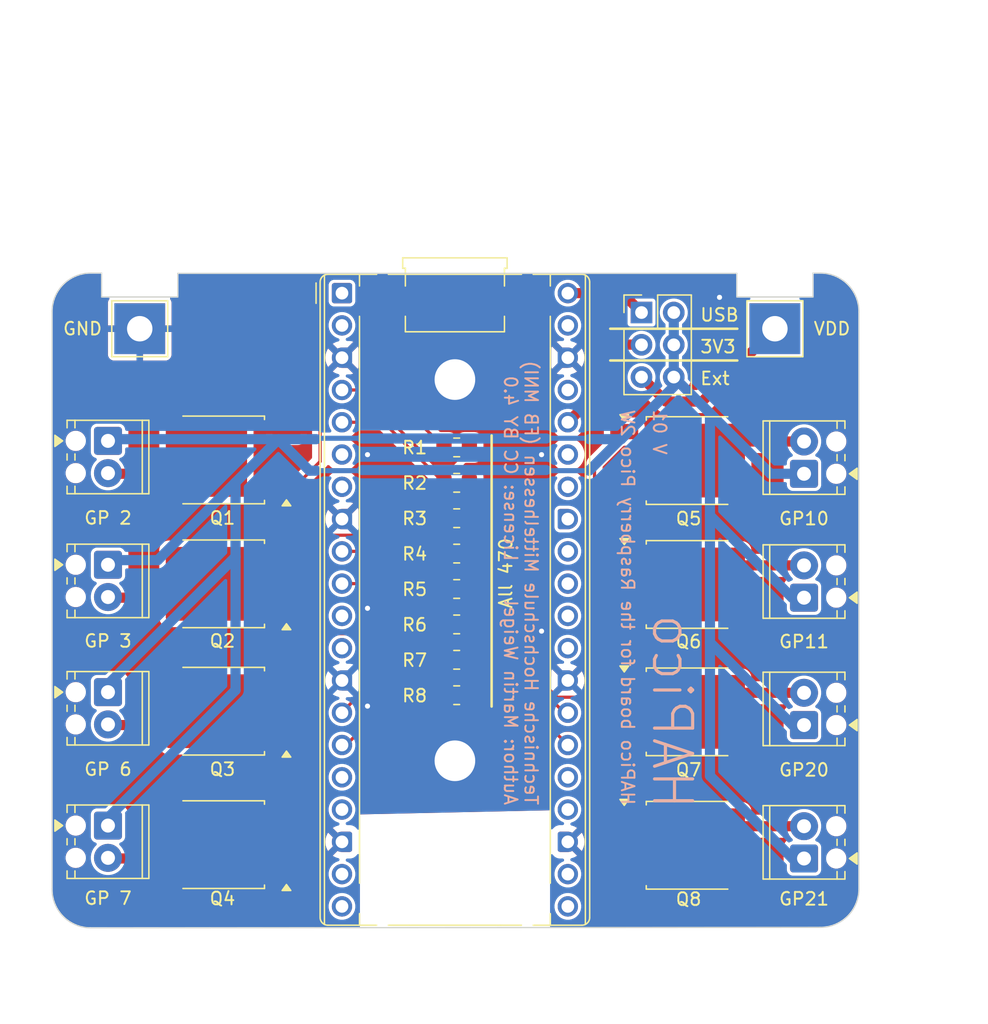
<source format=kicad_pcb>
(kicad_pcb (version 20241229) (generator "pcbnew") (generator_version "9.0")
  (title_block (title "HAPico") (date "2025-12-21") (rev "01") (comment 1 "Author: Martin Weigel") (comment 4 "HAPico board for the Raspberry Pico 2W"))
  (layers (0 "F.Cu" power) (2 "B.Cu" power) (13 "F.Paste" user) (15 "B.Paste" user) (5 "F.SilkS" user "F.Silkscreen") (7 "B.SilkS" user "B.Silkscreen") (1 "F.Mask" user) (3 "B.Mask" user) (25 "Edge.Cuts" user))
  (net 0 "")
  (net 2 "GND")
  (net 12 "/PWM8")
  (net 14 "/PWM2")
  (net 15 "/PWM3")
  (net 16 "/PWM4")
  (net 17 "/PWM5")
  (net 18 "/PWM6")
  (net 19 "/PWM7")
  (net 22 "VDD")
  (net 23 "/PWM1")
  (net 29 "+3V3")
  (net 31 "Net-(J1-Pin_2)")
  (net 32 "+5V")
  (net 33 "Net-(J2-Pin_2)")
  (net 34 "Net-(J3-Pin_2)")
  (net 35 "Net-(J4-Pin_2)")
  (net 36 "Net-(J5-Pin_2)")
  (net 37 "Net-(J6-Pin_2)")
  (net 38 "Net-(J7-Pin_2)")
  (net 39 "Net-(J8-Pin_2)")
  (net 40 "Net-(Q1-G)")
  (net 41 "+12V")
  (net 42 "Net-(Q2-G)")
  (net 43 "Net-(Q3-G)")
  (net 44 "Net-(Q4-G)")
  (net 45 "Net-(Q5-G)")
  (net 46 "Net-(Q6-G)")
  (net 47 "Net-(Q7-G)")
  (net 48 "Net-(Q8-G)")
  (footprint "Connector_PinHeader_2.54mm:PinHeader_2x03_P2.54mm_Vertical" (layer "F.Cu") (at 85.5 22.725)
    (property "Reference" "J9" (hide yes))
    (property "Value" "Power Switch" (hide yes))
    (pad "1" thru_hole rect (at 0 0) (size 1.7 1.7) (drill 1) (layers "*.Cu" "*.Mask") (net 32 "+5V"))
    (pad "2" thru_hole circle (at 2.54 0) (size 1.7 1.7) (drill 1) (layers "*.Cu" "*.Mask") (net 22 "VDD"))
    (pad "3" thru_hole circle (at 0 2.54) (size 1.7 1.7) (drill 1) (layers "*.Cu" "*.Mask") (net 29 "+3V3"))
    (pad "4" thru_hole circle (at 2.54 2.54) (size 1.7 1.7) (drill 1) (layers "*.Cu" "*.Mask") (net 22 "VDD"))
    (pad "5" thru_hole circle (at 0 5.08) (size 1.7 1.7) (drill 1) (layers "*.Cu" "*.Mask") (net 41 "+12V"))
    (pad "6" thru_hole circle (at 2.54 5.08) (size 1.7 1.7) (drill 1) (layers "*.Cu" "*.Mask") (net 22 "VDD"))
  )
  (footprint "MountingHole:MountingHole_3.2mm_M3_DIN965_Pad" (layer "F.Cu") (at 70.81 28)
    (property "Reference" "H1" (hide yes))
    (property "Value" "MountingHole_Pad" (hide yes))
    (pad "1" thru_hole circle (at 0 0) (size 5.6 5.6) (drill 3.2) (layers "*.Cu" "*.Mask") (net 2 "GND"))
  )
  (footprint "TerminalBlock_Phoenix:TerminalBlock_Phoenix_MPT-0,5-2-2.54_1x02_P2.54mm_Horizontal" (layer "F.Cu") (at 98.2925 35.415 90)
    (property "Reference" "J5" (hide yes))
    (property "Value" "GP10" (at -3.53 0 180) (layer "F.SilkS"))
    (pad "" np_thru_hole circle (at 0 2.54 90) (size 1.1 1.1) (drill 1.1) (layers "*.Cu" "*.Mask"))
    (pad "" np_thru_hole circle (at 2.54 2.54 90) (size 1.1 1.1) (drill 1.1) (layers "*.Cu" "*.Mask"))
    (pad "1" thru_hole roundrect (at 0 0 90) (size 2.2 2.2) (drill 1.1) (layers "*.Cu" "*.Mask") (roundrect_rratio 0.113636) (net 22 "VDD"))
    (pad "2" thru_hole circle (at 2.54 0 90) (size 2.2 2.2) (drill 1.1) (layers "*.Cu" "*.Mask") (net 36 "Net-(J5-Pin_2)"))
  )
  (footprint "Package_TO_SOT_SMD:TO-252-2" (layer "F.Cu") (at 89.1825 44.125)
    (property "Reference" "Q6" (at 0.025 4.5 0) (layer "F.SilkS"))
    (property "Value" "IRLR024N" (hide yes))
    (pad "1" smd roundrect (at -5.04 -2.28) (size 2.2 1.2) (layers "F.Cu" "F.Mask" "F.Paste") (roundrect_rratio 0.208333) (net 46 "Net-(Q6-G)"))
    (pad "2" smd roundrect (at 1.26 0) (size 6.4 5.8) (layers "F.Cu" "F.Mask") (roundrect_rratio 0.043103) (net 37 "Net-(J6-Pin_2)"))
    (pad "3" smd roundrect (at -5.04 2.28) (size 2.2 1.2) (layers "F.Cu" "F.Mask" "F.Paste") (roundrect_rratio 0.208333) (net 2 "GND"))
  )
  (footprint "Resistor_SMD:R_0805_2012Metric_Pad1.20x1.40mm_HandSolder" (layer "F.Cu") (at 70.95 33.34)
    (property "Reference" "R1" (at -3.31 0.021429 180) (layer "F.SilkS"))
    (property "Value" "470" (hide yes))
    (pad "1" smd roundrect (at -1 0) (size 1.2 1.4) (layers "F.Cu" "F.Mask" "F.Paste") (roundrect_rratio 0.208333) (net 23 "/PWM1"))
    (pad "2" smd roundrect (at 1 0) (size 1.2 1.4) (layers "F.Cu" "F.Mask" "F.Paste") (roundrect_rratio 0.208333) (net 40 "Net-(Q1-G)"))
  )
  (footprint "TerminalBlock_Phoenix:TerminalBlock_Phoenix_MPT-0,5-2-2.54_1x02_P2.54mm_Horizontal" (layer "F.Cu") (at 98.2925 55.19 90)
    (property "Reference" "J7" (hide yes))
    (property "Value" "GP20" (at -3.53 0 180) (layer "F.SilkS"))
    (pad "" np_thru_hole circle (at 0 2.54 90) (size 1.1 1.1) (drill 1.1) (layers "*.Cu" "*.Mask"))
    (pad "" np_thru_hole circle (at 2.54 2.54 90) (size 1.1 1.1) (drill 1.1) (layers "*.Cu" "*.Mask"))
    (pad "1" thru_hole roundrect (at 0 0 90) (size 2.2 2.2) (drill 1.1) (layers "*.Cu" "*.Mask") (roundrect_rratio 0.113636) (net 22 "VDD"))
    (pad "2" thru_hole circle (at 2.54 0 90) (size 2.2 2.2) (drill 1.1) (layers "*.Cu" "*.Mask") (net 38 "Net-(J7-Pin_2)"))
  )
  (footprint "TerminalBlock_Phoenix:TerminalBlock_Phoenix_MPT-0,5-2-2.54_1x02_P2.54mm_Horizontal" (layer "F.Cu") (at 98.2925 65.69 90)
    (property "Reference" "J8" (hide yes))
    (property "Value" "GP21" (at -3.18 0 180) (layer "F.SilkS"))
    (pad "" np_thru_hole circle (at 0 2.54 90) (size 1.1 1.1) (drill 1.1) (layers "*.Cu" "*.Mask"))
    (pad "" np_thru_hole circle (at 2.54 2.54 90) (size 1.1 1.1) (drill 1.1) (layers "*.Cu" "*.Mask"))
    (pad "1" thru_hole roundrect (at 0 0 90) (size 2.2 2.2) (drill 1.1) (layers "*.Cu" "*.Mask") (roundrect_rratio 0.113636) (net 22 "VDD"))
    (pad "2" thru_hole circle (at 2.54 0 90) (size 2.2 2.2) (drill 1.1) (layers "*.Cu" "*.Mask") (net 39 "Net-(J8-Pin_2)"))
  )
  (footprint "Package_TO_SOT_SMD:TO-252-2" (layer "F.Cu") (at 89.1825 54.15)
    (property "Reference" "Q7" (at 0.025 4.57 0) (layer "F.SilkS"))
    (property "Value" "IRLR024N" (hide yes))
    (pad "1" smd roundrect (at -5.04 -2.28) (size 2.2 1.2) (layers "F.Cu" "F.Mask" "F.Paste") (roundrect_rratio 0.208333) (net 47 "Net-(Q7-G)"))
    (pad "2" smd roundrect (at 1.26 0) (size 6.4 5.8) (layers "F.Cu" "F.Mask") (roundrect_rratio 0.043103) (net 38 "Net-(J7-Pin_2)"))
    (pad "3" smd roundrect (at -5.04 2.28) (size 2.2 1.2) (layers "F.Cu" "F.Mask" "F.Paste") (roundrect_rratio 0.208333) (net 2 "GND"))
  )
  (footprint "Resistor_SMD:R_0805_2012Metric_Pad1.20x1.40mm_HandSolder" (layer "F.Cu") (at 70.95 36.125714)
    (property "Reference" "R2" (at -3.31 0.024082 180) (layer "F.SilkS"))
    (property "Value" "470" (hide yes))
    (pad "1" smd roundrect (at -1 0) (size 1.2 1.4) (layers "F.Cu" "F.Mask" "F.Paste") (roundrect_rratio 0.208333) (net 14 "/PWM2"))
    (pad "2" smd roundrect (at 1 0) (size 1.2 1.4) (layers "F.Cu" "F.Mask" "F.Paste") (roundrect_rratio 0.208333) (net 42 "Net-(Q2-G)"))
  )
  (footprint "MountingHole:MountingHole_3.2mm_M3_DIN965_Pad" (layer "F.Cu") (at 70.81 58)
    (property "Reference" "H2" (hide yes))
    (property "Value" "MountingHole_Pad" (hide yes))
    (pad "1" thru_hole circle (at 0 0) (size 5.6 5.6) (drill 3.2) (layers "*.Cu" "*.Mask") (net 2 "GND"))
  )
  (footprint "TerminalBlock_Phoenix:TerminalBlock_Phoenix_MPT-0,5-2-2.54_1x02_P2.54mm_Horizontal" (layer "F.Cu") (at 43.5 42.575 -90)
    (property "Reference" "J2" (hide yes))
    (property "Value" "GP 3" (at 6 0 180) (layer "F.SilkS"))
    (pad "" np_thru_hole circle (at 0 2.54 270) (size 1.1 1.1) (drill 1.1) (layers "*.Cu" "*.Mask"))
    (pad "" np_thru_hole circle (at 2.54 2.54 270) (size 1.1 1.1) (drill 1.1) (layers "*.Cu" "*.Mask"))
    (pad "1" thru_hole roundrect (at 0 0 270) (size 2.2 2.2) (drill 1.1) (layers "*.Cu" "*.Mask") (roundrect_rratio 0.113636) (net 22 "VDD"))
    (pad "2" thru_hole circle (at 2.54 0 270) (size 2.2 2.2) (drill 1.1) (layers "*.Cu" "*.Mask") (net 33 "Net-(J2-Pin_2)"))
  )
  (footprint "TestPoint:TestPoint_THTPad_4.0x4.0mm_Drill2.0mm" (layer "F.Cu") (at 46 24)
    (property "Reference" "H6" (hide yes))
    (property "Value" "GND" (at -4.5 0 0) (layer "F.SilkS"))
    (pad "1" thru_hole rect (at 0 0) (size 4 4) (drill 2) (layers "*.Cu" "*.Mask") (net 2 "GND"))
  )
  (footprint "Module:RaspberryPi_Pico_Common_THT" (layer "F.Cu") (at 61.92 21.2)
    (property "Reference" "A2" (hide yes))
    (property "Value" "RaspberryPi_Pico_W" (hide yes))
    (pad "1" thru_hole roundrect (at 0 0) (size 1.6 1.6) (drill 1) (layers "*.Cu" "*.Mask") (roundrect_rratio 0.125))
    (pad "2" thru_hole circle (at 0 2.54) (size 1.6 1.6) (drill 1) (layers "*.Cu" "*.Mask"))
    (pad "3" thru_hole custom (at 0 5.08) (size 1.6 1.6) (drill 1) (layers "*.Cu" "*.Mask") (net 2 "GND") (options (clearance outline) (anchor circle)) (primitives (gr_poly (pts (xy 0.8 0.6) (xy 0.8 -0.6) (xy 0.6 -0.8) (xy 0 -0.8) (xy 0 0.8) (xy 0.6 0.8)) (width 0) (fill yes)) (gr_circle (center 0.6 0.6) (end 0.8 0.6) (width 0) (fill yes)) (gr_circle (center 0.6 -0.6) (end 0.8 -0.6) (width 0) (fill yes))))
    (pad "4" thru_hole circle (at 0 7.62) (size 1.6 1.6) (drill 1) (layers "*.Cu" "*.Mask") (net 23 "/PWM1"))
    (pad "5" thru_hole circle (at 0 10.16) (size 1.6 1.6) (drill 1) (layers "*.Cu" "*.Mask") (net 14 "/PWM2"))
    (pad "6" thru_hole circle (at 0 12.7) (size 1.6 1.6) (drill 1) (layers "*.Cu" "*.Mask"))
    (pad "7" thru_hole circle (at 0 15.24) (size 1.6 1.6) (drill 1) (layers "*.Cu" "*.Mask"))
    (pad "8" thru_hole custom (at 0 17.78) (size 1.6 1.6) (drill 1) (layers "*.Cu" "*.Mask") (net 2 "GND") (options (clearance outline) (anchor circle)) (primitives (gr_poly (pts (xy 0.8 0.6) (xy 0.8 -0.6) (xy 0.6 -0.8) (xy 0 -0.8) (xy 0 0.8) (xy 0.6 0.8)) (width 0) (fill yes)) (gr_circle (center 0.6 0.6) (end 0.8 0.6) (width 0) (fill yes)) (gr_circle (center 0.6 -0.6) (end 0.8 -0.6) (width 0) (fill yes))))
    (pad "9" thru_hole circle (at 0 20.32) (size 1.6 1.6) (drill 1) (layers "*.Cu" "*.Mask") (net 15 "/PWM3"))
    (pad "10" thru_hole circle (at 0 22.86) (size 1.6 1.6) (drill 1) (layers "*.Cu" "*.Mask") (net 16 "/PWM4"))
    (pad "11" thru_hole circle (at 0 25.4) (size 1.6 1.6) (drill 1) (layers "*.Cu" "*.Mask"))
    (pad "12" thru_hole circle (at 0 27.94) (size 1.6 1.6) (drill 1) (layers "*.Cu" "*.Mask"))
    (pad "13" thru_hole custom (at 0 30.48) (size 1.6 1.6) (drill 1) (layers "*.Cu" "*.Mask") (net 2 "GND") (options (clearance outline) (anchor circle)) (primitives (gr_poly (pts (xy 0.8 0.6) (xy 0.8 -0.6) (xy 0.6 -0.8) (xy 0 -0.8) (xy 0 0.8) (xy 0.6 0.8)) (width 0) (fill yes)) (gr_circle (center 0.6 0.6) (end 0.8 0.6) (width 0) (fill yes)) (gr_circle (center 0.6 -0.6) (end 0.8 -0.6) (width 0) (fill yes))))
    (pad "14" thru_hole circle (at 0 33.02) (size 1.6 1.6) (drill 1) (layers "*.Cu" "*.Mask") (net 18 "/PWM6"))
    (pad "15" thru_hole circle (at 0 35.56) (size 1.6 1.6) (drill 1) (layers "*.Cu" "*.Mask") (net 17 "/PWM5"))
    (pad "16" thru_hole circle (at 0 38.1) (size 1.6 1.6) (drill 1) (layers "*.Cu" "*.Mask"))
    (pad "17" thru_hole circle (at 0 40.64) (size 1.6 1.6) (drill 1) (layers "*.Cu" "*.Mask"))
    (pad "18" thru_hole custom (at 0 43.18) (size 1.6 1.6) (drill 1) (layers "*.Cu" "*.Mask") (net 2 "GND") (options (clearance outline) (anchor circle)) (primitives (gr_poly (pts (xy 0.8 0.6) (xy 0.8 -0.6) (xy 0.6 -0.8) (xy 0 -0.8) (xy 0 0.8) (xy 0.6 0.8)) (width 0) (fill yes)) (gr_circle (center 0.6 0.6) (end 0.8 0.6) (width 0) (fill yes)) (gr_circle (center 0.6 -0.6) (end 0.8 -0.6) (width 0) (fill yes))))
    (pad "19" thru_hole circle (at 0 45.72) (size 1.6 1.6) (drill 1) (layers "*.Cu" "*.Mask"))
    (pad "20" thru_hole circle (at 0 48.26) (size 1.6 1.6) (drill 1) (layers "*.Cu" "*.Mask"))
    (pad "21" thru_hole circle (at 17.78 48.26) (size 1.6 1.6) (drill 1) (layers "*.Cu" "*.Mask"))
    (pad "22" thru_hole circle (at 17.78 45.72) (size 1.6 1.6) (drill 1) (layers "*.Cu" "*.Mask"))
    (pad "23" thru_hole custom (at 17.78 43.18) (size 1.6 1.6) (drill 1) (layers "*.Cu" "*.Mask") (net 2 "GND") (options (clearance outline) (anchor circle)) (primitives (gr_poly (pts (xy -0.8 0.6) (xy -0.8 -0.6) (xy -0.6 -0.8) (xy 0 -0.8) (xy 0 0.8) (xy -0.6 0.8)) (width 0) (fill yes)) (gr_circle (center -0.6 0.6) (end -0.4 0.6) (width 0) (fill yes)) (gr_circle (center -0.6 -0.6) (end -0.4 -0.6) (width 0) (fill yes))))
    (pad "24" thru_hole circle (at 17.78 40.64) (size 1.6 1.6) (drill 1) (layers "*.Cu" "*.Mask"))
    (pad "25" thru_hole circle (at 17.78 38.1) (size 1.6 1.6) (drill 1) (layers "*.Cu" "*.Mask"))
    (pad "26" thru_hole circle (at 17.78 35.56) (size 1.6 1.6) (drill 1) (layers "*.Cu" "*.Mask") (net 19 "/PWM7"))
    (pad "27" thru_hole circle (at 17.78 33.02) (size 1.6 1.6) (drill 1) (layers "*.Cu" "*.Mask") (net 12 "/PWM8"))
    (pad "28" thru_hole custom (at 17.78 30.48) (size 1.6 1.6) (drill 1) (layers "*.Cu" "*.Mask") (net 2 "GND") (options (clearance outline) (anchor circle)) (primitives (gr_poly (pts (xy -0.8 0.6) (xy -0.8 -0.6) (xy -0.6 -0.8) (xy 0 -0.8) (xy 0 0.8) (xy -0.6 0.8)) (width 0) (fill yes)) (gr_circle (center -0.6 0.6) (end -0.4 0.6) (width 0) (fill yes)) (gr_circle (center -0.6 -0.6) (end -0.4 -0.6) (width 0) (fill yes))))
    (pad "29" thru_hole circle (at 17.78 27.94) (size 1.6 1.6) (drill 1) (layers "*.Cu" "*.Mask"))
    (pad "30" thru_hole circle (at 17.78 25.4) (size 1.6 1.6) (drill 1) (layers "*.Cu" "*.Mask"))
    (pad "31" thru_hole circle (at 17.78 22.86) (size 1.6 1.6) (drill 1) (layers "*.Cu" "*.Mask"))
    (pad "32" thru_hole circle (at 17.78 20.32) (size 1.6 1.6) (drill 1) (layers "*.Cu" "*.Mask"))
    (pad "33" thru_hole custom (at 17.78 17.78) (size 1.6 1.6) (drill 1) (layers "*.Cu" "*.Mask") (options (clearance outline) (anchor circle)) (primitives (gr_poly (pts (xy -0.8 0.6) (xy -0.8 -0.6) (xy -0.6 -0.8) (xy 0 -0.8) (xy 0 0.8) (xy -0.6 0.8)) (width 0) (fill yes)) (gr_circle (center -0.6 0.6) (end -0.4 0.6) (width 0) (fill yes)) (gr_circle (center -0.6 -0.6) (end -0.4 -0.6) (width 0) (fill yes))))
    (pad "34" thru_hole circle (at 17.78 15.24) (size 1.6 1.6) (drill 1) (layers "*.Cu" "*.Mask"))
    (pad "35" thru_hole circle (at 17.78 12.7) (size 1.6 1.6) (drill 1) (layers "*.Cu" "*.Mask"))
    (pad "36" thru_hole circle (at 17.78 10.16) (size 1.6 1.6) (drill 1) (layers "*.Cu" "*.Mask") (net 29 "+3V3"))
    (pad "37" thru_hole circle (at 17.78 7.62) (size 1.6 1.6) (drill 1) (layers "*.Cu" "*.Mask"))
    (pad "38" thru_hole custom (at 17.78 5.08) (size 1.6 1.6) (drill 1) (layers "*.Cu" "*.Mask") (net 2 "GND") (options (clearance outline) (anchor circle)) (primitives (gr_poly (pts (xy -0.8 0.6) (xy -0.8 -0.6) (xy -0.6 -0.8) (xy 0 -0.8) (xy 0 0.8) (xy -0.6 0.8)) (width 0) (fill yes)) (gr_circle (center -0.6 0.6) (end -0.4 0.6) (width 0) (fill yes)) (gr_circle (center -0.6 -0.6) (end -0.4 -0.6) (width 0) (fill yes))))
    (pad "39" thru_hole circle (at 17.78 2.54) (size 1.6 1.6) (drill 1) (layers "*.Cu" "*.Mask"))
    (pad "40" thru_hole circle (at 17.78 0) (size 1.6 1.6) (drill 1) (layers "*.Cu" "*.Mask") (net 32 "+5V"))
    (zone (net 0) (net_name "") (layers "F.Cu" "B.Cu" "F.Paste" "B.Paste") (name "Antenna Copper Keep Out") (connect_pads (clearance 0)) (min_thickness 0.254)
      (keepout (tracks not_allowed) (vias not_allowed) (pads not_allowed) (copperpour not_allowed) (footprints allowed))
      (fill (thermal_gap 0.508) (thermal_bridge_width 0.508))
      (polygon (pts (xy 68.41 70.319895) (xy 63.71 66.669895) (xy 63.71 62.33) (xy 77.91 62.33) (xy 77.91 66.669895) (xy 73.21 70.319895) (xy 73.21 71.33) (xy 68.41 71.33)))
    )
  )
  (footprint "Resistor_SMD:R_0805_2012Metric_Pad1.20x1.40mm_HandSolder" (layer "F.Cu") (at 70.95 38.911429)
    (property "Reference" "R3" (at -3.31 0.026735 180) (layer "F.SilkS"))
    (property "Value" "470" (hide yes))
    (pad "1" smd roundrect (at -1 0) (size 1.2 1.4) (layers "F.Cu" "F.Mask" "F.Paste") (roundrect_rratio 0.208333) (net 15 "/PWM3"))
    (pad "2" smd roundrect (at 1 0) (size 1.2 1.4) (layers "F.Cu" "F.Mask" "F.Paste") (roundrect_rratio 0.208333) (net 43 "Net-(Q3-G)"))
  )
  (footprint "Resistor_SMD:R_0805_2012Metric_Pad1.20x1.40mm_HandSolder" (layer "F.Cu") (at 70.95 41.697143)
    (property "Reference" "R4" (at -3.31 0.029388 180) (layer "F.SilkS"))
    (property "Value" "470" (hide yes))
    (pad "1" smd roundrect (at -1 0) (size 1.2 1.4) (layers "F.Cu" "F.Mask" "F.Paste") (roundrect_rratio 0.208333) (net 16 "/PWM4"))
    (pad "2" smd roundrect (at 1 0) (size 1.2 1.4) (layers "F.Cu" "F.Mask" "F.Paste") (roundrect_rratio 0.208333) (net 44 "Net-(Q4-G)"))
  )
  (footprint "Resistor_SMD:R_0805_2012Metric_Pad1.20x1.40mm_HandSolder" (layer "F.Cu") (at 70.95 47.268571)
    (property "Reference" "R6" (at -3.31 0.034694 180) (layer "F.SilkS"))
    (property "Value" "470" (hide yes))
    (pad "1" smd roundrect (at -1 0) (size 1.2 1.4) (layers "F.Cu" "F.Mask" "F.Paste") (roundrect_rratio 0.208333) (net 17 "/PWM5"))
    (pad "2" smd roundrect (at 1 0) (size 1.2 1.4) (layers "F.Cu" "F.Mask" "F.Paste") (roundrect_rratio 0.208333) (net 46 "Net-(Q6-G)"))
  )
  (footprint "Package_TO_SOT_SMD:TO-252-2" (layer "F.Cu") (at 52.51 34.325 180)
    (property "Reference" "Q1" (at 0 -4.57 0) (layer "F.SilkS"))
    (property "Value" "IRLR024N" (hide yes))
    (pad "1" smd roundrect (at -5.04 -2.28 180) (size 2.2 1.2) (layers "F.Cu" "F.Mask" "F.Paste") (roundrect_rratio 0.208333) (net 40 "Net-(Q1-G)"))
    (pad "2" smd roundrect (at 1.26 0 180) (size 6.4 5.8) (layers "F.Cu" "F.Mask") (roundrect_rratio 0.043103) (net 31 "Net-(J1-Pin_2)"))
    (pad "3" smd roundrect (at -5.04 2.28 180) (size 2.2 1.2) (layers "F.Cu" "F.Mask" "F.Paste") (roundrect_rratio 0.208333) (net 2 "GND"))
  )
  (footprint "Package_TO_SOT_SMD:TO-252-2" (layer "F.Cu") (at 89.1825 34.375)
    (property "Reference" "Q5" (at 0.025 4.57 0) (layer "F.SilkS"))
    (property "Value" "IRLR024N" (hide yes))
    (pad "1" smd roundrect (at -5.04 -2.28) (size 2.2 1.2) (layers "F.Cu" "F.Mask" "F.Paste") (roundrect_rratio 0.208333) (net 45 "Net-(Q5-G)"))
    (pad "2" smd roundrect (at 1.26 0) (size 6.4 5.8) (layers "F.Cu" "F.Mask") (roundrect_rratio 0.043103) (net 36 "Net-(J5-Pin_2)"))
    (pad "3" smd roundrect (at -5.04 2.28) (size 2.2 1.2) (layers "F.Cu" "F.Mask" "F.Paste") (roundrect_rratio 0.208333) (net 2 "GND"))
  )
  (footprint "TerminalBlock_Phoenix:TerminalBlock_Phoenix_MPT-0,5-2-2.54_1x02_P2.54mm_Horizontal" (layer "F.Cu") (at 43.5 32.825 -90)
    (property "Reference" "J1" (hide yes))
    (property "Value" "GP 2" (at 6.07 0 0) (layer "F.SilkS"))
    (pad "" np_thru_hole circle (at 0 2.54 270) (size 1.1 1.1) (drill 1.1) (layers "*.Cu" "*.Mask"))
    (pad "" np_thru_hole circle (at 2.54 2.54 270) (size 1.1 1.1) (drill 1.1) (layers "*.Cu" "*.Mask"))
    (pad "1" thru_hole roundrect (at 0 0 270) (size 2.2 2.2) (drill 1.1) (layers "*.Cu" "*.Mask") (roundrect_rratio 0.113636) (net 22 "VDD"))
    (pad "2" thru_hole circle (at 2.54 0 270) (size 2.2 2.2) (drill 1.1) (layers "*.Cu" "*.Mask") (net 31 "Net-(J1-Pin_2)"))
  )
  (footprint "Resistor_SMD:R_0805_2012Metric_Pad1.20x1.40mm_HandSolder" (layer "F.Cu") (at 70.95 44.482857)
    (property "Reference" "R5" (at -3.31 0.032041 180) (layer "F.SilkS"))
    (property "Value" "470" (hide yes))
    (pad "1" smd roundrect (at -1 0) (size 1.2 1.4) (layers "F.Cu" "F.Mask" "F.Paste") (roundrect_rratio 0.208333) (net 18 "/PWM6"))
    (pad "2" smd roundrect (at 1 0) (size 1.2 1.4) (layers "F.Cu" "F.Mask" "F.Paste") (roundrect_rratio 0.208333) (net 45 "Net-(Q5-G)"))
  )
  (footprint "Resistor_SMD:R_0805_2012Metric_Pad1.20x1.40mm_HandSolder" (layer "F.Cu") (at 70.95 50.054286)
    (property "Reference" "R7" (at -3.31 0.037347 0) (layer "F.SilkS"))
    (property "Value" "470" (hide yes))
    (pad "1" smd roundrect (at -1 0) (size 1.2 1.4) (layers "F.Cu" "F.Mask" "F.Paste") (roundrect_rratio 0.208333) (net 12 "/PWM8"))
    (pad "2" smd roundrect (at 1 0) (size 1.2 1.4) (layers "F.Cu" "F.Mask" "F.Paste") (roundrect_rratio 0.208333) (net 47 "Net-(Q7-G)"))
  )
  (footprint "Package_TO_SOT_SMD:TO-252-2" (layer "F.Cu") (at 52.51 54.1 180)
    (property "Reference" "Q3" (at 0 -4.57 0) (layer "F.SilkS"))
    (property "Value" "IRLR024N" (hide yes))
    (pad "1" smd roundrect (at -5.04 -2.28 180) (size 2.2 1.2) (layers "F.Cu" "F.Mask" "F.Paste") (roundrect_rratio 0.208333) (net 43 "Net-(Q3-G)"))
    (pad "2" smd roundrect (at 1.26 0 180) (size 6.4 5.8) (layers "F.Cu" "F.Mask") (roundrect_rratio 0.043103) (net 34 "Net-(J3-Pin_2)"))
    (pad "3" smd roundrect (at -5.04 2.28 180) (size 2.2 1.2) (layers "F.Cu" "F.Mask" "F.Paste") (roundrect_rratio 0.208333) (net 2 "GND"))
  )
  (footprint "TestPoint:TestPoint_THTPad_4.0x4.0mm_Drill2.0mm" (layer "F.Cu") (at 96 24)
    (property "Reference" "H5" (hide yes))
    (property "Value" "VDD" (at 4.5 0 180) (layer "F.SilkS"))
    (pad "1" thru_hole rect (at 0 0) (size 4 4) (drill 2) (layers "*.Cu" "*.Mask") (net 41 "+12V"))
  )
  (footprint "Package_TO_SOT_SMD:TO-252-2" (layer "F.Cu") (at 52.51 64.6 180)
    (property "Reference" "Q4" (at 0 -4.245 0) (layer "F.SilkS"))
    (property "Value" "IRLR024N" (hide yes))
    (pad "1" smd roundrect (at -5.04 -2.28 180) (size 2.2 1.2) (layers "F.Cu" "F.Mask" "F.Paste") (roundrect_rratio 0.208333) (net 44 "Net-(Q4-G)"))
    (pad "2" smd roundrect (at 1.26 0 180) (size 6.4 5.8) (layers "F.Cu" "F.Mask") (roundrect_rratio 0.043103) (net 35 "Net-(J4-Pin_2)"))
    (pad "3" smd roundrect (at -5.04 2.28 180) (size 2.2 1.2) (layers "F.Cu" "F.Mask" "F.Paste") (roundrect_rratio 0.208333) (net 2 "GND"))
  )
  (footprint "Package_TO_SOT_SMD:TO-252-2" (layer "F.Cu") (at 52.51 44.075 180)
    (property "Reference" "Q2" (at 0 -4.5 0) (layer "F.SilkS"))
    (property "Value" "IRLR024N" (hide yes))
    (pad "1" smd roundrect (at -5.04 -2.28 180) (size 2.2 1.2) (layers "F.Cu" "F.Mask" "F.Paste") (roundrect_rratio 0.208333) (net 42 "Net-(Q2-G)"))
    (pad "2" smd roundrect (at 1.26 0 180) (size 6.4 5.8) (layers "F.Cu" "F.Mask") (roundrect_rratio 0.043103) (net 33 "Net-(J2-Pin_2)"))
    (pad "3" smd roundrect (at -5.04 2.28 180) (size 2.2 1.2) (layers "F.Cu" "F.Mask" "F.Paste") (roundrect_rratio 0.208333) (net 2 "GND"))
  )
  (footprint "Package_TO_SOT_SMD:TO-252-2" (layer "F.Cu") (at 89.1825 64.65)
    (property "Reference" "Q8" (at 0.025 4.245 0) (layer "F.SilkS"))
    (property "Value" "IRLR024N" (hide yes))
    (pad "1" smd roundrect (at -5.04 -2.28) (size 2.2 1.2) (layers "F.Cu" "F.Mask" "F.Paste") (roundrect_rratio 0.208333) (net 48 "Net-(Q8-G)"))
    (pad "2" smd roundrect (at 1.26 0) (size 6.4 5.8) (layers "F.Cu" "F.Mask") (roundrect_rratio 0.043103) (net 39 "Net-(J8-Pin_2)"))
    (pad "3" smd roundrect (at -5.04 2.28) (size 2.2 1.2) (layers "F.Cu" "F.Mask" "F.Paste") (roundrect_rratio 0.208333) (net 2 "GND"))
  )
  (footprint "TerminalBlock_Phoenix:TerminalBlock_Phoenix_MPT-0,5-2-2.54_1x02_P2.54mm_Horizontal" (layer "F.Cu") (at 43.5 63.1 -90)
    (property "Reference" "J4" (hide yes))
    (property "Value" "GP 7" (at 5.72 0 180) (layer "F.SilkS"))
    (pad "" np_thru_hole circle (at 0 2.54 270) (size 1.1 1.1) (drill 1.1) (layers "*.Cu" "*.Mask"))
    (pad "" np_thru_hole circle (at 2.54 2.54 270) (size 1.1 1.1) (drill 1.1) (layers "*.Cu" "*.Mask"))
    (pad "1" thru_hole roundrect (at 0 0 270) (size 2.2 2.2) (drill 1.1) (layers "*.Cu" "*.Mask") (roundrect_rratio 0.113636) (net 22 "VDD"))
    (pad "2" thru_hole circle (at 2.54 0 270) (size 2.2 2.2) (drill 1.1) (layers "*.Cu" "*.Mask") (net 35 "Net-(J4-Pin_2)"))
  )
  (footprint "TerminalBlock_Phoenix:TerminalBlock_Phoenix_MPT-0,5-2-2.54_1x02_P2.54mm_Horizontal" (layer "F.Cu") (at 43.5 52.6 -90)
    (property "Reference" "J3" (hide yes))
    (property "Value" "GP 6" (at 6.07 0 180) (layer "F.SilkS"))
    (pad "" np_thru_hole circle (at 0 2.54 270) (size 1.1 1.1) (drill 1.1) (layers "*.Cu" "*.Mask"))
    (pad "" np_thru_hole circle (at 2.54 2.54 270) (size 1.1 1.1) (drill 1.1) (layers "*.Cu" "*.Mask"))
    (pad "1" thru_hole roundrect (at 0 0 270) (size 2.2 2.2) (drill 1.1) (layers "*.Cu" "*.Mask") (roundrect_rratio 0.113636) (net 22 "VDD"))
    (pad "2" thru_hole circle (at 2.54 0 270) (size 2.2 2.2) (drill 1.1) (layers "*.Cu" "*.Mask") (net 34 "Net-(J3-Pin_2)"))
  )
  (footprint "Resistor_SMD:R_0805_2012Metric_Pad1.20x1.40mm_HandSolder" (layer "F.Cu") (at 70.95 52.84)
    (property "Reference" "R8" (at -3.31 0.04 0) (layer "F.SilkS"))
    (property "Value" "470" (hide yes))
    (pad "1" smd roundrect (at -1 0) (size 1.2 1.4) (layers "F.Cu" "F.Mask" "F.Paste") (roundrect_rratio 0.208333) (net 19 "/PWM7"))
    (pad "2" smd roundrect (at 1 0) (size 1.2 1.4) (layers "F.Cu" "F.Mask" "F.Paste") (roundrect_rratio 0.208333) (net 48 "Net-(Q8-G)"))
  )
  (footprint "TerminalBlock_Phoenix:TerminalBlock_Phoenix_MPT-0,5-2-2.54_1x02_P2.54mm_Horizontal" (layer "F.Cu") (at 98.2925 45.165 90)
    (property "Reference" "J6" (hide yes))
    (property "Value" "GP11" (at -3.46 0 180) (layer "F.SilkS"))
    (pad "" np_thru_hole circle (at 0 2.54 90) (size 1.1 1.1) (drill 1.1) (layers "*.Cu" "*.Mask"))
    (pad "" np_thru_hole circle (at 2.54 2.54 90) (size 1.1 1.1) (drill 1.1) (layers "*.Cu" "*.Mask"))
    (pad "1" thru_hole roundrect (at 0 0 90) (size 2.2 2.2) (drill 1.1) (layers "*.Cu" "*.Mask") (roundrect_rratio 0.113636) (net 22 "VDD"))
    (pad "2" thru_hole circle (at 2.54 0 90) (size 2.2 2.2) (drill 1.1) (layers "*.Cu" "*.Mask") (net 37 "Net-(J6-Pin_2)"))
  )
  (gr_line (start 73.7 32.4) (end 73.7 53.73) (stroke (width 0.2)) (layer "F.SilkS"))
  (gr_line (start 83.04 24) (end 93.04 24) (stroke (width 0.2)) (layer "F.SilkS"))
  (gr_line (start 83.04 26.5) (end 93.04 26.5) (stroke (width 0.2)) (layer "F.SilkS"))
  (gr_arc (start 42.1 71.1454) (mid 39.964307 70.232021) (end 39.1 68.076002) (stroke (width 0.1)) (layer "Edge.Cuts"))
  (gr_line (start 49 19.643222) (end 49 21.5) (stroke (width 0.1)) (layer "Edge.Cuts"))
  (gr_line (start 99 19.622296) (end 99 21.5) (stroke (width 0.1)) (layer "Edge.Cuts"))
  (gr_arc (start 39.099804 22.622296) (mid 40.013185 20.486607) (end 42.169202 19.622296) (stroke (width 0.1)) (layer "Edge.Cuts"))
  (gr_arc (start 102.614506 68.109724) (mid 101.701119 70.245404) (end 99.545108 71.109724) (stroke (width 0.1)) (layer "Edge.Cuts"))
  (gr_line (start 42.168459 19.622296) (end 43 19.622296) (stroke (width 0.1)) (layer "Edge.Cuts"))
  (gr_line (start 49 19.643222) (end 93 19.643222) (stroke (width 0.1)) (layer "Edge.Cuts"))
  (gr_line (start 99.545108 71.109724) (end 42.1 71.1454) (stroke (width 0.1)) (layer "Edge.Cuts"))
  (gr_line (start 39.1 68.076002) (end 39.099804 22.622296) (stroke (width 0.1)) (layer "Edge.Cuts"))
  (gr_line (start 43 19.622296) (end 43 21.5) (stroke (width 0.1)) (layer "Edge.Cuts"))
  (gr_line (start 99 21.5) (end 93.008148 21.5) (stroke (width 0.1)) (layer "Edge.Cuts"))
  (gr_arc (start 99.614308 19.622296) (mid 101.749997 20.535677) (end 102.614308 22.691694) (stroke (width 0.1)) (layer "Edge.Cuts"))
  (gr_line (start 102.614308 22.691694) (end 102.614506 68.109724) (stroke (width 0.1)) (layer "Edge.Cuts"))
  (gr_line (start 99 19.622296) (end 99.614266 19.622296) (stroke (width 0.1)) (layer "Edge.Cuts"))
  (gr_line (start 93 19.643222) (end 93 21.5) (stroke (width 0.1)) (layer "Edge.Cuts"))
  (gr_line (start 49 21.5) (end 43.008148 21.5) (stroke (width 0.1)) (layer "Edge.Cuts"))
  (gr_text "USB" (at 90.04 23.5 0) (layer "F.SilkS") (effects (font (size 1 1)) (justify left bottom)))
  (gr_text "3V3" (at 90.04 26 0) (layer "F.SilkS") (effects (font (size 1 1)) (justify left bottom)))
  (gr_text "Ext\n" (at 90.04 28.5 0) (layer "F.SilkS") (effects (font (size 1 1)) (justify left bottom)))
  (gr_text "All 470" (at 75.4 46.1 90) (layer "F.SilkS") (effects (font (size 1 1)) (justify left bottom)))
  (gr_text "V 01" (at 86.925 34 270) (layer "B.SilkS") (effects (font (size 1 1)) (justify left mirror)))
  (gr_text "HAPico board for the Raspberry Pico 2W" (at 84.4 61.571433 270) (layer "B.SilkS") (effects (font (size 1 1)) (justify left mirror)))
  (gr_text "Technische Hochschule Mittelhessen (FB MNI)\nAuthor: Martin Weigel    License: CC BY 4.0" (at 76 61.571433 270) (layer "B.SilkS") (effects (font (size 1 1)) (justify left mirror)))
  (gr_text "HAPico" (at 87.9 62.021433 270) (layer "B.SilkS") (effects (font (size 3 3) (thickness 0.25)) (justify left mirror)))
  (via (at 77.63 47.8) (size 0.8) (drill 0.4) (layers "F.Cu" "B.Cu") (net 2))
  (via (at 63.93 33.91) (size 0.8) (drill 0.4) (layers "F.Cu" "B.Cu") (net 2))
  (via (at 63.93 46) (size 0.8) (drill 0.4) (layers "F.Cu" "B.Cu") (net 2))
  (via (at 91.64 21.53) (size 0.8) (drill 0.4) (layers "F.Cu" "B.Cu") (net 2))
  (via (at 77.63 33.91) (size 0.8) (drill 0.4) (layers "F.Cu" "B.Cu") (net 2))
  (via (at 63.93 53.7) (size 0.8) (drill 0.4) (layers "F.Cu" "B.Cu") (net 2))
  (segment (start 71.295714 51.4) (end 76.6 51.4) (width 0.25) (layer "F.Cu") (net 12))
  (segment (start 79.42 54.22) (end 79.7 54.22) (width 0.25) (layer "F.Cu") (net 12))
  (segment (start 76.6 51.4) (end 79.42 54.22) (width 0.25) (layer "F.Cu") (net 12))
  (segment (start 69.95 50.054286) (end 71.295714 51.4) (width 0.25) (layer "F.Cu") (net 12))
  (segment (start 61.92 31.36) (end 65.184286 31.36) (width 0.25) (layer "F.Cu") (net 14))
  (segment (start 65.184286 31.36) (end 69.95 36.125714) (width 0.25) (layer "F.Cu") (net 14))
  (segment (start 69.95 38.911429) (end 67.341429 41.52) (width 0.25) (layer "F.Cu") (net 15))
  (segment (start 67.341429 41.52) (end 61.92 41.52) (width 0.25) (layer "F.Cu") (net 15))
  (segment (start 69.95 41.697143) (end 67.587143 44.06) (width 0.25) (layer "F.Cu") (net 16))
  (segment (start 67.587143 44.06) (end 61.92 44.06) (width 0.25) (layer "F.Cu") (net 16))
  (segment (start 66.9 50.318571) (end 66.9 52.1) (width 0.25) (layer "F.Cu") (net 17))
  (segment (start 69.95 47.268571) (end 66.9 50.318571) (width 0.25) (layer "F.Cu") (net 17))
  (segment (start 66.9 52.1) (end 62.24 56.76) (width 0.25) (layer "F.Cu") (net 17))
  (segment (start 62.24 56.76) (end 61.92 56.76) (width 0.25) (layer "F.Cu") (net 17))
  (segment (start 61.92 54.18) (end 61.92 54.22) (width 0.25) (layer "F.Cu") (net 18))
  (segment (start 69.217143 44.482857) (end 63.4 50.3) (width 0.25) (layer "F.Cu") (net 18))
  (segment (start 63.4 52.7) (end 61.92 54.18) (width 0.25) (layer "F.Cu") (net 18))
  (segment (start 63.4 50.3) (end 63.4 52.7) (width 0.25) (layer "F.Cu") (net 18))
  (segment (start 69.95 44.482857) (end 69.217143 44.482857) (width 0.25) (layer "F.Cu") (net 18))
  (segment (start 71.41 54.3) (end 77.25 54.3) (width 0.25) (layer "F.Cu") (net 19))
  (segment (start 77.25 54.3) (end 79.7 56.75) (width 0.25) (layer "F.Cu") (net 19))
  (segment (start 69.95 52.84) (end 71.41 54.3) (width 0.25) (layer "F.Cu") (net 19))
  (segment (start 79.7 56.75) (end 79.7 56.76) (width 0.25) (layer "F.Cu") (net 19))
  (segment (start 56.91 32.72) (end 53.54 36.09) (width 0.8) (layer "B.Cu") (net 22))
  (segment (start 90.8875 37.1125) (end 90.8875 38.7) (width 0.8) (layer "B.Cu") (net 22))
  (segment (start 56.94 32.69) (end 59.9 32.69) (width 0.8) (layer "B.Cu") (net 22))
  (segment (start 53.54 52.445) (end 43.25 62.735) (width 0.8) (layer "B.Cu") (net 22))
  (segment (start 47.42 42.21) (end 43.25 42.21) (width 0.8) (layer "B.Cu") (net 22))
  (segment (start 53.54 36.09) (end 53.54 41.945) (width 0.8) (layer "B.Cu") (net 22))
  (segment (start 98.525 55.19) (end 98.515 55.2) (width 0.8) (layer "B.Cu") (net 22))
  (segment (start 88.04 27.805) (end 90.8875 30.6525) (width 0.8) (layer "B.Cu") (net 22))
  (segment (start 53.54 41.945) (end 43.25 52.235) (width 0.8) (layer "B.Cu") (net 22))
  (segment (start 77.7 35.17) (end 81.2 35.17) (width 0.4) (layer "B.Cu") (net 22))
  (segment (start 83.9 32.69) (end 81.38 32.69) (width 0.8) (layer "B.Cu") (net 22))
  (segment (start 88.04 28.55) (end 83.9 32.69) (width 0.8) (layer "B.Cu") (net 22))
  (segment (start 97.4 55.2) (end 90.8875 48.6875) (width 0.8) (layer "B.Cu") (net 22))
  (segment (start 97.41 65.69) (end 97.4 65.7) (width 0.8) (layer "B.Cu") (net 22))
  (segment (start 97.4 65.7) (end 90.8875 59.1875) (width 0.8) (layer "B.Cu") (net 22))
  (segment (start 90.8875 30.6525) (end 95.65 35.415) (width 0.8) (layer "B.Cu") (net 22))
  (segment (start 88.04 22.725) (end 88.04 27.805) (width 0.8) (layer "B.Cu") (net 22))
  (segment (start 56.94 32.69) (end 43.48 32.69) (width 0.8) (layer "B.Cu") (net 22))
  (segment (start 60 32.62) (end 64 32.62) (width 0.4) (layer "B.Cu") (net 22))
  (segment (start 83.85 32.69) (end 81.37 35.17) (width 0.8) (layer "B.Cu") (net 22))
  (segment (start 43.48 32.69) (end 43.25 32.46) (width 0.4) (layer "B.Cu") (net 22))
  (segment (start 98.525 65.69) (end 97.41 65.69) (width 0.8) (layer "B.Cu") (net 22))
  (segment (start 53.54 41.945) (end 53.54 52.445) (width 0.8) (layer "B.Cu") (net 22))
  (segment (start 59.36 35.17) (end 59.89 35.17) (width 0.8) (layer "B.Cu") (net 22))
  (segment (start 95.65 35.415) (end 98.525 35.415) (width 0.8) (layer "B.Cu") (net 22))
  (segment (start 90.8875 59.1875) (end 90.8875 48.6875) (width 0.8) (layer "B.Cu") (net 22))
  (segment (start 63.5 32.64) (end 78 32.64) (width 0.8) (layer "B.Cu") (net 22))
  (segment (start 83.9 32.69) (end 83.85 32.69) (width 0.8) (layer "B.Cu") (net 22))
  (segment (start 60 35.17) (end 64 35.17) (width 0.4) (layer "B.Cu") (net 22))
  (segment (start 90.8875 30.6525) (end 90.8875 37.1125) (width 0.8) (layer "B.Cu") (net 22))
  (segment (start 56.91 32.72) (end 59.36 35.17) (width 0.8) (layer "B.Cu") (net 22))
  (segment (start 77.7 32.62) (end 81.7 32.62) (width 0.4) (layer "B.Cu") (net 22))
  (segment (start 63.49 35.12) (end 77.99 35.12) (width 0.8) (layer "B.Cu") (net 22))
  (segment (start 88.04 27.805) (end 88.04 28.55) (width 0.4) (layer "B.Cu") (net 22))
  (segment (start 97.3525 45.165) (end 90.8875 38.7) (width 0.8) (layer "B.Cu") (net 22))
  (segment (start 98.525 45.165) (end 97.3525 45.165) (width 0.8) (layer "B.Cu") (net 22))
  (segment (start 98.515 55.2) (end 97.4 55.2) (width 0.8) (layer "B.Cu") (net 22))
  (segment (start 53.54 36.09) (end 47.42 42.21) (width 0.8) (layer "B.Cu") (net 22))
  (segment (start 90.8875 48.6875) (end 90.8875 38.7) (width 0.8) (layer "B.Cu") (net 22))
  (segment (start 65.43 28.82) (end 69.95 33.34) (width 0.25) (layer "F.Cu") (net 23))
  (segment (start 61.92 28.82) (end 65.43 28.82) (width 0.25) (layer "F.Cu") (net 23))
  (segment (start 82.55 28.51) (end 79.7 31.36) (width 0.8) (layer "F.Cu") (net 29))
  (segment (start 83.75 25.25) (end 82.55 26.45) (width 0.8) (layer "F.Cu") (net 29))
  (segment (start 85.5 25.265) (end 85.5 25.56) (width 0.8) (layer "F.Cu") (net 29))
  (segment (start 85.5 25.265) (end 85.485 25.25) (width 0.8) (layer "F.Cu") (net 29))
  (segment (start 82.55 26.45) (end 82.55 28.51) (width 0.8) (layer "F.Cu") (net 29))
  (segment (start 85.485 25.25) (end 83.75 25.25) (width 0.8) (layer "F.Cu") (net 29))
  (segment (start 49.81 35.415) (end 50.85 34.375) (width 0.25) (layer "F.Cu") (net 31))
  (segment (start 43.25 35.415) (end 49.81 35.415) (width 0.8) (layer "F.Cu") (net 31))
  (segment (start 83.975 21.2) (end 85.5 22.725) (width 0.8) (layer "F.Cu") (net 32))
  (segment (start 79.7 21.2) (end 83.975 21.2) (width 0.8) (layer "F.Cu") (net 32))
  (segment (start 49.81 45.165) (end 50.85 44.125) (width 0.25) (layer "F.Cu") (net 33))
  (segment (start 43.25 45.165) (end 49.81 45.165) (width 0.8) (layer "F.Cu") (net 33))
  (segment (start 43.25 55.19) (end 49.81 55.19) (width 0.8) (layer "F.Cu") (net 34))
  (segment (start 49.81 55.19) (end 50.85 54.15) (width 0.25) (layer "F.Cu") (net 34))
  (segment (start 43.25 65.69) (end 49.81 65.69) (width 0.8) (layer "F.Cu") (net 35))
  (segment (start 49.81 65.69) (end 50.85 64.65) (width 0.25) (layer "F.Cu") (net 35))
  (segment (start 98.525 32.875) (end 92.275 32.875) (width 0.8) (layer "F.Cu") (net 36))
  (segment (start 92.275 32.875) (end 90.775 34.375) (width 0.25) (layer "F.Cu") (net 36))
  (segment (start 98.525 42.625) (end 92.275 42.625) (width 0.8) (layer "F.Cu") (net 37))
  (segment (start 92.275 42.625) (end 90.775 44.125) (width 0.25) (layer "F.Cu") (net 37))
  (segment (start 98.525 52.65) (end 92.275 52.65) (width 0.8) (layer "F.Cu") (net 38))
  (segment (start 92.275 52.65) (end 90.775 54.15) (width 0.25) (layer "F.Cu") (net 38))
  (segment (start 92.275 63.15) (end 90.775 64.65) (width 0.25) (layer "F.Cu") (net 39))
  (segment (start 98.525 63.15) (end 92.275 63.15) (width 0.8) (layer "F.Cu") (net 39))
  (segment (start 69.1 34.6) (end 70.69 34.6) (width 0.25) (layer "F.Cu") (net 40))
  (segment (start 64.6 30.1) (end 69.1 34.6) (width 0.25) (layer "F.Cu") (net 40))
  (segment (start 60.2 34.445) (end 60.2 30.7) (width 0.25) (layer "F.Cu") (net 40))
  (segment (start 70.69 34.6) (end 71.95 33.34) (width 0.25) (layer "F.Cu") (net 40))
  (segment (start 57.99 36.655) (end 60.2 34.445) (width 0.25) (layer "F.Cu") (net 40))
  (segment (start 60.8 30.1) (end 64.6 30.1) (width 0.25) (layer "F.Cu") (net 40))
  (segment (start 60.2 30.7) (end 60.8 30.1) (width 0.25) (layer "F.Cu") (net 40))
  (segment (start 87.425 29.73) (end 85.5 27.805) (width 0.8) (layer "F.Cu") (net 41))
  (segment (start 90.27 29.73) (end 87.425 29.73) (width 0.8) (layer "F.Cu") (net 41))
  (segment (start 96 24) (end 90.27 29.73) (width 0.8) (layer "F.Cu") (net 41))
  (segment (start 71.95 36.125714) (end 70.375714 37.7) (width 0.25) (layer "F.Cu") (net 42))
  (segment (start 70.375714 37.7) (end 68.4 37.7) (width 0.25) (layer "F.Cu") (net 42))
  (segment (start 65.85 40.25) (end 60.9 40.25) (width 0.25) (layer "F.Cu") (net 42))
  (segment (start 57.99 44.41) (end 57.99 46.405) (width 0.25) (layer "F.Cu") (net 42))
  (segment (start 68.4 37.7) (end 65.85 40.25) (width 0.25) (layer "F.Cu") (net 42))
  (segment (start 60.9 40.25) (end 59.85 41.3) (width 0.25) (layer "F.Cu") (net 42))
  (segment (start 59.85 42.55) (end 57.99 44.41) (width 0.25) (layer "F.Cu") (net 42))
  (segment (start 59.85 41.3) (end 59.85 42.55) (width 0.25) (layer "F.Cu") (net 42))
  (segment (start 59.6 54.82) (end 59.6 44.1) (width 0.25) (layer "F.Cu") (net 43))
  (segment (start 70.461429 40.4) (end 71.95 38.911429) (width 0.25) (layer "F.Cu") (net 43))
  (segment (start 69.5 40.4) (end 70.461429 40.4) (width 0.25) (layer "F.Cu") (net 43))
  (segment (start 67.1 42.8) (end 69.5 40.4) (width 0.25) (layer "F.Cu") (net 43))
  (segment (start 60.9 42.8) (end 67.1 42.8) (width 0.25) (layer "F.Cu") (net 43))
  (segment (start 57.99 56.43) (end 59.6 54.82) (width 0.25) (layer "F.Cu") (net 43))
  (segment (start 57.15 56.43) (end 57.17 56.43) (width 0.25) (layer "F.Cu") (net 43))
  (segment (start 59.6 44.1) (end 60.9 42.8) (width 0.25) (layer "F.Cu") (net 43))
  (segment (start 71.95 42.25) (end 71.2 43) (width 0.25) (layer "F.Cu") (net 44))
  (segment (start 71.2 43) (end 69.6 43) (width 0.25) (layer "F.Cu") (net 44))
  (segment (start 61.3 48) (end 60.1 49.2) (width 0.25) (layer "F.Cu") (net 44))
  (segment (start 60.1 49.2) (end 60.1 55.4) (width 0.25) (layer "F.Cu") (net 44))
  (segment (start 71.95 41.697143) (end 71.95 42.25) (width 0.25) (layer "F.Cu") (net 44))
  (segment (start 69.6 43) (end 64.6 48) (width 0.25) (layer "F.Cu") (net 44))
  (segment (start 60.1 55.4) (end 59.7 55.8) (width 0.25) (layer "F.Cu") (net 44))
  (segment (start 64.6 48) (end 61.3 48) (width 0.25) (layer "F.Cu") (net 44))
  (segment (start 59.7 64.73) (end 57.55 66.88) (width 0.25) (layer "F.Cu") (net 44))
  (segment (start 59.7 55.8) (end 59.7 64.73) (width 0.25) (layer "F.Cu") (net 44))
  (segment (start 80.8 40.3) (end 81.8 39.3) (width 0.25) (layer "F.Cu") (net 45))
  (segment (start 74.117143 44.482857) (end 78.3 40.3) (width 0.25) (layer "F.Cu") (net 45))
  (segment (start 71.95 44.482857) (end 74.117143 44.482857) (width 0.25) (layer "F.Cu") (net 45))
  (segment (start 81.8 39.3) (end 81.8 34.6) (width 0.25) (layer "F.Cu") (net 45))
  (segment (start 78.3 40.3) (end 80.8 40.3) (width 0.25) (layer "F.Cu") (net 45))
  (segment (start 81.8 34.6) (end 84.305 32.095) (width 0.25) (layer "F.Cu") (net 45))
  (segment (start 84.475 31.68) (end 84.475 31.925) (width 0.25) (layer "F.Cu") (net 45))
  (segment (start 84.305 32.095) (end 84.375 32.095) (width 0.25) (layer "F.Cu") (net 45))
  (segment (start 84.355 41.845) (end 83.3 42.9) (width 0.25) (layer "F.Cu") (net 46))
  (segment (start 77.7 42.9) (end 73.331429 47.268571) (width 0.25) (layer "F.Cu") (net 46))
  (segment (start 83.3 42.9) (end 77.7 42.9) (width 0.25) (layer "F.Cu") (net 46))
  (segment (start 73.331429 47.268571) (end 71.95 47.268571) (width 0.25) (layer "F.Cu") (net 46))
  (segment (start 84.375 41.845) (end 84.355 41.845) (width 0.25) (layer "F.Cu") (net 46))
  (segment (start 78.85 53) (end 75.904286 50.054286) (width 0.25) (layer "F.Cu") (net 47))
  (segment (start 75.904286 50.054286) (end 71.95 50.054286) (width 0.25) (layer "F.Cu") (net 47))
  (segment (start 84.375 51.87) (end 84.37 51.87) (width 0.25) (layer "F.Cu") (net 47))
  (segment (start 83.0125 53) (end 78.85 53) (width 0.25) (layer "F.Cu") (net 47))
  (segment (start 84.1425 51.87) (end 83.0125 53) (width 0.25) (layer "F.Cu") (net 47))
  (segment (start 72.295714 50.4) (end 71.95 50.054286) (width 0.25) (layer "F.Cu") (net 47))
  (segment (start 71.95 50.054286) (end 71.954286 50.05) (width 0.25) (layer "F.Cu") (net 47))
  (segment (start 84.1425 59.1425) (end 80.6 55.6) (width 0.25) (layer "F.Cu") (net 48))
  (segment (start 80.6 55.6) (end 79.3 55.6) (width 0.25) (layer "F.Cu") (net 48))
  (segment (start 79.3 55.6) (end 76.54 52.84) (width 0.25) (layer "F.Cu") (net 48))
  (segment (start 76.54 52.84) (end 71.95 52.84) (width 0.25) (layer "F.Cu") (net 48))
  (segment (start 84.1425 62.37) (end 84.1425 59.1425) (width 0.25) (layer "F.Cu") (net 48))
  (zone (net 2) (net_name "GND") (layer "F.Cu") (connect_pads (clearance 0.508)) (min_thickness 0.254) (fill yes (thermal_gap 0.508) (thermal_bridge_width 0.508))
    (polygon (pts (xy 108.6866 14.8336) (xy 108.8 75.6) (xy 37.5 75.7174) (xy 37.5 14.7574)))
  )
  (zone (net 0) (net_name "") (layers "F.Cu" "B.Cu") (connect_pads (clearance 0)) (min_thickness 0.254)
    (keepout (tracks not_allowed) (vias not_allowed) (pads not_allowed) (copperpour not_allowed) (footprints allowed))
    (fill (thermal_gap 0.508) (thermal_bridge_width 0.508))
    (polygon (pts (xy 78.3 72.8) (xy 63.3348 73.1) (xy 63.3348 62.2212) (xy 78.3 61.8958)))
  )
  (zone (net 2) (net_name "GND") (layer "B.Cu") (connect_pads (clearance 0)) (min_thickness 0.254) (fill yes (thermal_gap 0.508) (thermal_bridge_width 0.508))
    (polygon (pts (xy 112.8 78.7) (xy 35.8 78.6) (xy 35 12.5) (xy 112.5 12.5)))
  )
)
</source>
